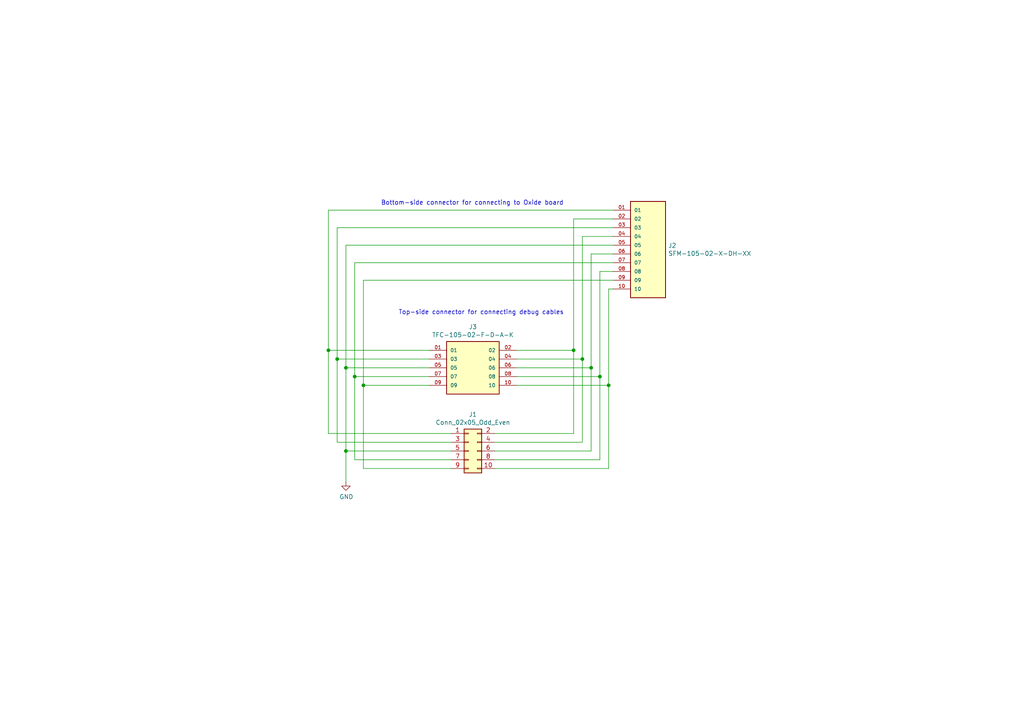
<source format=kicad_sch>
(kicad_sch (version 20230121) (generator eeschema)
  (paper "A4")
  (lib_symbols
    (symbol "Connector_Generic:Conn_02x05_Odd_Even" (pin_names (offset 1.016) hide)
      (property "Reference" "J" (at 1.27 7.62 0))
      (property "Value" "Conn_02x05_Odd_Even" (at 1.27 -7.62 0))
      (symbol "Conn_02x05_Odd_Even_1_1"
        (rectangle (start -1.27 -4.953) (end 0 -5.207) (stroke (width 0.1524)))
        (rectangle (start -1.27 -2.413) (end 0 -2.667) (stroke (width 0.1524)))
        (rectangle (start -1.27 0.127) (end 0 -0.127) (stroke (width 0.1524)))
        (rectangle (start -1.27 2.667) (end 0 2.413) (stroke (width 0.1524)))
        (rectangle (start -1.27 5.207) (end 0 4.953) (stroke (width 0.1524)))
        (rectangle (start -1.27 6.35) (end 3.81 -6.35) (stroke (width 0.254)) (fill (type background)))
        (rectangle (start 3.81 -4.953) (end 2.54 -5.207) (stroke (width 0.1524)))
        (rectangle (start 3.81 -2.413) (end 2.54 -2.667) (stroke (width 0.1524)))
        (rectangle (start 3.81 0.127) (end 2.54 -0.127) (stroke (width 0.1524)))
        (rectangle (start 3.81 2.667) (end 2.54 2.413) (stroke (width 0.1524)))
        (rectangle (start 3.81 5.207) (end 2.54 4.953) (stroke (width 0.1524)))
        (pin passive line (at -5.08 5.08 0) (length 3.81) (name "Pin_1") (number "1"))
        (pin passive line (at 7.62 -5.08 180) (length 3.81) (name "Pin_10") (number "10"))
        (pin passive line (at 7.62 5.08 180) (length 3.81) (name "Pin_2") (number "2"))
        (pin passive line (at -5.08 2.54 0) (length 3.81) (name "Pin_3") (number "3"))
        (pin passive line (at 7.62 2.54 180) (length 3.81) (name "Pin_4") (number "4"))
        (pin passive line (at -5.08 0 0) (length 3.81) (name "Pin_5") (number "5"))
        (pin passive line (at 7.62 0 180) (length 3.81) (name "Pin_6") (number "6"))
        (pin passive line (at -5.08 -2.54 0) (length 3.81) (name "Pin_7") (number "7"))
        (pin passive line (at 7.62 -2.54 180) (length 3.81) (name "Pin_8") (number "8"))
        (pin passive line (at -5.08 -5.08 0) (length 3.81) (name "Pin_9") (number "9"))
      )
    )
    (symbol "SFM-105-02-X-DH-XX:SFM-105-02-X-DH-XX" (pin_names (offset 1.016))
      (property "Reference" "J" (at -5.08 13.208 0))
      (property "Value" "SFM-105-02-X-DH-XX" (at -5.08 -17.78 0))
      (symbol "SFM-105-02-X-DH-XX_0_0"
        (rectangle (start -5.08 -15.24) (end 5.08 12.7) (stroke (width 0.254)) (fill (type background)))
        (pin passive line (at -10.16 10.16 0) (length 5.08) (name "01") (number "01"))
        (pin passive line (at -10.16 7.62 0) (length 5.08) (name "02") (number "02"))
        (pin passive line (at -10.16 5.08 0) (length 5.08) (name "03") (number "03"))
        (pin passive line (at -10.16 2.54 0) (length 5.08) (name "04") (number "04"))
        (pin passive line (at -10.16 0 0) (length 5.08) (name "05") (number "05"))
        (pin passive line (at -10.16 -2.54 0) (length 5.08) (name "06") (number "06"))
        (pin passive line (at -10.16 -5.08 0) (length 5.08) (name "07") (number "07"))
        (pin passive line (at -10.16 -7.62 0) (length 5.08) (name "08") (number "08"))
        (pin passive line (at -10.16 -10.16 0) (length 5.08) (name "09") (number "09"))
        (pin passive line (at -10.16 -12.7 0) (length 5.08) (name "10") (number "10"))
      )
    )
    (symbol "TFC-105-02-F-D-A-K:TFC-105-02-F-D-A-K" (pin_names (offset 1.016))
      (property "Reference" "J" (at -8.128 7.62 0))
      (property "Value" "TFC-105-02-F-D-A-K" (at -7.62 -10.16 0))
      (symbol "TFC-105-02-F-D-A-K_0_0"
        (rectangle (start -7.62 -7.62) (end 7.62 7.62) (stroke (width 0.254)) (fill (type background)))
        (pin passive line (at -12.7 5.08 0) (length 5.08) (name "01") (number "01"))
        (pin passive line (at 12.7 5.08 180) (length 5.08) (name "02") (number "02"))
        (pin passive line (at -12.7 2.54 0) (length 5.08) (name "03") (number "03"))
        (pin passive line (at 12.7 2.54 180) (length 5.08) (name "04") (number "04"))
        (pin passive line (at -12.7 0 0) (length 5.08) (name "05") (number "05"))
        (pin passive line (at 12.7 0 180) (length 5.08) (name "06") (number "06"))
        (pin passive line (at -12.7 -2.54 0) (length 5.08) (name "07") (number "07"))
        (pin passive line (at 12.7 -2.54 180) (length 5.08) (name "08") (number "08"))
        (pin passive line (at -12.7 -5.08 0) (length 5.08) (name "09") (number "09"))
        (pin passive line (at 12.7 -5.08 180) (length 5.08) (name "10") (number "10"))
      )
    )
    (symbol "power:GND" (power) (pin_names (offset 0))
      (property "Value" "GND" (at 0 -3.81 0))
      (symbol "GND_0_1"
        (polyline (pts (xy 0 0) (xy 0 -1.27) (xy 1.27 -1.27) (xy 0 -2.54) (xy -1.27 -1.27) (xy 0 -1.27)))
      )
      (symbol "GND_1_1"
        (pin power_in line (at 0 0 270) (length 0) hide (name "GND") (number "1"))
      )
    )
  )
  (junction (at 95.25 101.6))
  (junction (at 168.91 104.14))
  (junction (at 97.79 104.14))
  (junction (at 102.87 109.22))
  (junction (at 105.41 111.76))
  (junction (at 176.53 111.76))
  (junction (at 166.37 101.6))
  (junction (at 100.33 106.68))
  (junction (at 171.45 106.68))
  (junction (at 100.33 130.81))
  (junction (at 173.99 109.22))
  (wire (pts (xy 168.91 104.14) (xy 168.91 68.58)))
  (wire (pts (xy 97.79 66.04) (xy 177.8 66.04)))
  (wire (pts (xy 168.91 104.14) (xy 149.86 104.14)))
  (wire (pts (xy 173.99 109.22) (xy 173.99 133.35)))
  (wire (pts (xy 102.87 133.35) (xy 130.81 133.35)))
  (wire (pts (xy 166.37 63.5) (xy 166.37 101.6)))
  (wire (pts (xy 105.41 111.76) (xy 105.41 135.89)))
  (wire (pts (xy 171.45 130.81) (xy 143.51 130.81)))
  (wire (pts (xy 105.41 111.76) (xy 124.46 111.76)))
  (wire (pts (xy 173.99 109.22) (xy 173.99 78.74)))
  (wire (pts (xy 171.45 106.68) (xy 149.86 106.68)))
  (wire (pts (xy 102.87 109.22) (xy 124.46 109.22)))
  (wire (pts (xy 100.33 130.81) (xy 130.81 130.81)))
  (wire (pts (xy 105.41 81.28) (xy 177.8 81.28)))
  (wire (pts (xy 166.37 101.6) (xy 166.37 125.73)))
  (wire (pts (xy 105.41 135.89) (xy 130.81 135.89)))
  (wire (pts (xy 176.53 83.82) (xy 177.8 83.82)))
  (wire (pts (xy 102.87 76.2) (xy 177.8 76.2)))
  (wire (pts (xy 168.91 128.27) (xy 143.51 128.27)))
  (wire (pts (xy 105.41 81.28) (xy 105.41 111.76)))
  (wire (pts (xy 171.45 106.68) (xy 171.45 73.66)))
  (wire (pts (xy 95.25 60.96) (xy 177.8 60.96)))
  (wire (pts (xy 168.91 68.58) (xy 177.8 68.58)))
  (wire (pts (xy 173.99 133.35) (xy 143.51 133.35)))
  (wire (pts (xy 171.45 106.68) (xy 171.45 130.81)))
  (wire (pts (xy 102.87 76.2) (xy 102.87 109.22)))
  (wire (pts (xy 176.53 111.76) (xy 176.53 135.89)))
  (wire (pts (xy 100.33 71.12) (xy 100.33 106.68)))
  (wire (pts (xy 124.46 101.6) (xy 95.25 101.6)))
  (wire (pts (xy 176.53 111.76) (xy 176.53 83.82)))
  (wire (pts (xy 100.33 139.7) (xy 100.33 130.81)))
  (wire (pts (xy 166.37 125.73) (xy 143.51 125.73)))
  (wire (pts (xy 97.79 104.14) (xy 97.79 128.27)))
  (wire (pts (xy 168.91 104.14) (xy 168.91 128.27)))
  (wire (pts (xy 102.87 109.22) (xy 102.87 133.35)))
  (wire (pts (xy 95.25 60.96) (xy 95.25 101.6)))
  (wire (pts (xy 176.53 135.89) (xy 143.51 135.89)))
  (wire (pts (xy 97.79 128.27) (xy 130.81 128.27)))
  (wire (pts (xy 100.33 106.68) (xy 100.33 130.81)))
  (wire (pts (xy 166.37 63.5) (xy 177.8 63.5)))
  (wire (pts (xy 97.79 66.04) (xy 97.79 104.14)))
  (wire (pts (xy 95.25 101.6) (xy 95.25 125.73)))
  (wire (pts (xy 173.99 78.74) (xy 177.8 78.74)))
  (wire (pts (xy 100.33 71.12) (xy 177.8 71.12)))
  (wire (pts (xy 95.25 125.73) (xy 130.81 125.73)))
  (wire (pts (xy 100.33 106.68) (xy 124.46 106.68)))
  (wire (pts (xy 97.79 104.14) (xy 124.46 104.14)))
  (wire (pts (xy 171.45 73.66) (xy 177.8 73.66)))
  (wire (pts (xy 176.53 111.76) (xy 149.86 111.76)))
  (wire (pts (xy 166.37 101.6) (xy 149.86 101.6)))
  (wire (pts (xy 173.99 109.22) (xy 149.86 109.22)))
  (text "Bottom-side connector for connecting to Oxide board" (at 110.49 59.69 0) (effects (font (size 1.27 1.27)) (justify left bottom)))
  (text "Top-side connector for connecting debug cables" (at 115.57 91.44 0) (effects (font (size 1.27 1.27)) (justify left bottom)))
  (symbol (lib_id "TFC-105-02-F-D-A-K:TFC-105-02-F-D-A-K") (at 137.16 106.68 0) (unit 1)
    (property "Reference" "J3" (at 137.16 94.8182 0))
    (property "Value" "TFC-105-02-F-D-A-K" (at 137.16 97.1296 0))
    (property "Footprint" "SAMTEC_TFC-105-02-F-D-A-K" (effects hide))
    (property "STANDARD" "Manufacturer Recommendations" (effects hide))
    (property "PARTREV" "R" (effects hide))
    (property "MANUFACTURER" "Samtec" (effects hide))
  )
  (symbol (lib_id "Connector_Generic:Conn_02x05_Odd_Even") (at 135.89 130.81 0) (unit 1)
    (property "Reference" "J1" (at 137.16 120.2182 0))
    (property "Value" "Conn_02x05_Odd_Even" (at 137.16 122.5296 0))
    (property "Footprint" "Connector_PinHeader_2.54mm:PinHeader_2x05_P2.54mm_Vertical_SMD" (effects hide))
  )
  (symbol (lib_id "SFM-105-02-X-DH-XX:SFM-105-02-X-DH-XX") (at 187.96 71.12 0) (unit 1)
    (property "Reference" "J2" (at 193.802 71.2216 0) (effects (justify left)))
    (property "Value" "SFM-105-02-X-DH-XX" (at 193.802 73.533 0) (effects (justify left)))
    (property "Footprint" "SAMTEC_SFM-105-02-X-DH-XX" (effects hide))
    (property "MANUFACTURER" "Samtec" (effects hide))
    (property "PARTREV" "D" (effects hide))
    (property "MAXIMUM_PACKAGE_HEIGHT" "4.64 mm" (effects hide))
    (property "STANDARD" "Manufacturer Recommendations" (effects hide))
  )
  (symbol (lib_id "power:GND") (at 100.33 139.7 0) (unit 1)
    (property "Reference" "#PWR?" (effects hide))
    (property "Value" "GND" (at 100.457 144.0942 0))
  )
)
</source>
